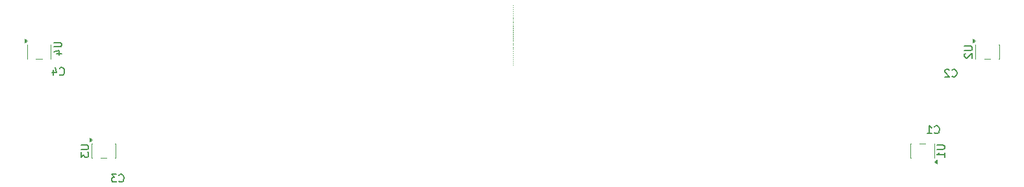
<source format=gbr>
%TF.GenerationSoftware,KiCad,Pcbnew,9.0.6-rc2*%
%TF.CreationDate,2025-12-12T00:50:13-08:00*%
%TF.ProjectId,FPC_Trigger_Board,4650435f-5472-4696-9767-65725f426f61,rev?*%
%TF.SameCoordinates,Original*%
%TF.FileFunction,Legend,Bot*%
%TF.FilePolarity,Positive*%
%FSLAX46Y46*%
G04 Gerber Fmt 4.6, Leading zero omitted, Abs format (unit mm)*
G04 Created by KiCad (PCBNEW 9.0.6-rc2) date 2025-12-12 00:50:13*
%MOMM*%
%LPD*%
G01*
G04 APERTURE LIST*
%ADD10C,0.120000*%
%ADD11C,0.150000*%
G04 APERTURE END LIST*
D10*
X218708250Y-142957551D02*
X218708250Y-142933551D01*
X218708250Y-142453551D02*
X218708250Y-142429551D01*
X218708250Y-141949551D02*
X218708250Y-141925551D01*
X218708250Y-141445551D02*
X218708250Y-141421551D01*
X218708250Y-140941551D02*
X218708250Y-140917551D01*
X218708250Y-140437551D02*
X218708250Y-140413551D01*
X218708250Y-139933551D02*
X218708250Y-139909551D01*
X218708250Y-139429551D02*
X218708250Y-139405551D01*
X218708250Y-138925551D02*
X218708250Y-138901551D01*
X218708250Y-138421551D02*
X218708250Y-138397551D01*
X218708250Y-137917551D02*
X218708250Y-137893551D01*
X218708250Y-137413551D02*
X218708250Y-137389551D01*
X218708250Y-136909551D02*
X218708250Y-136885551D01*
X218708250Y-136405551D02*
X218708250Y-136381551D01*
X218708250Y-135901551D02*
X218708250Y-135877551D01*
X218708250Y-135397551D02*
X218708250Y-135373551D01*
X218708250Y-142716251D02*
X218708250Y-142692251D01*
X218708250Y-142212251D02*
X218708250Y-142188251D01*
X218708250Y-141708251D02*
X218708250Y-141684251D01*
X218708250Y-141204251D02*
X218708250Y-141180251D01*
X218708250Y-140700251D02*
X218708250Y-140676251D01*
X218708250Y-140196251D02*
X218708250Y-140172251D01*
X218708250Y-139692251D02*
X218708250Y-139668251D01*
X218708250Y-139188251D02*
X218708250Y-139164251D01*
X218708250Y-138684251D02*
X218708250Y-138660251D01*
X218708250Y-138180251D02*
X218708250Y-138156251D01*
X218708250Y-137676251D02*
X218708250Y-137652251D01*
X218708250Y-137172251D02*
X218708250Y-137148251D01*
X218708250Y-136668251D02*
X218708250Y-136644251D01*
X218708250Y-136164251D02*
X218708250Y-136140251D01*
X218708250Y-135660251D02*
X218708250Y-135636251D01*
X218708250Y-135156251D02*
X218708250Y-135132251D01*
D11*
X273944720Y-153446543D02*
X274754243Y-153446543D01*
X274754243Y-153446543D02*
X274849481Y-153494162D01*
X274849481Y-153494162D02*
X274897101Y-153541781D01*
X274897101Y-153541781D02*
X274944720Y-153637019D01*
X274944720Y-153637019D02*
X274944720Y-153827495D01*
X274944720Y-153827495D02*
X274897101Y-153922733D01*
X274897101Y-153922733D02*
X274849481Y-153970352D01*
X274849481Y-153970352D02*
X274754243Y-154017971D01*
X274754243Y-154017971D02*
X273944720Y-154017971D01*
X274944720Y-155017971D02*
X274944720Y-154446543D01*
X274944720Y-154732257D02*
X273944720Y-154732257D01*
X273944720Y-154732257D02*
X274087577Y-154637019D01*
X274087577Y-154637019D02*
X274182815Y-154541781D01*
X274182815Y-154541781D02*
X274230434Y-154446543D01*
X159565916Y-144218831D02*
X159613535Y-144266451D01*
X159613535Y-144266451D02*
X159756392Y-144314070D01*
X159756392Y-144314070D02*
X159851630Y-144314070D01*
X159851630Y-144314070D02*
X159994487Y-144266451D01*
X159994487Y-144266451D02*
X160089725Y-144171212D01*
X160089725Y-144171212D02*
X160137344Y-144075974D01*
X160137344Y-144075974D02*
X160184963Y-143885498D01*
X160184963Y-143885498D02*
X160184963Y-143742641D01*
X160184963Y-143742641D02*
X160137344Y-143552165D01*
X160137344Y-143552165D02*
X160089725Y-143456927D01*
X160089725Y-143456927D02*
X159994487Y-143361689D01*
X159994487Y-143361689D02*
X159851630Y-143314070D01*
X159851630Y-143314070D02*
X159756392Y-143314070D01*
X159756392Y-143314070D02*
X159613535Y-143361689D01*
X159613535Y-143361689D02*
X159565916Y-143409308D01*
X158708773Y-143647403D02*
X158708773Y-144314070D01*
X158946868Y-143266451D02*
X159184963Y-143980736D01*
X159184963Y-143980736D02*
X158565916Y-143980736D01*
X162339919Y-153446543D02*
X163149442Y-153446543D01*
X163149442Y-153446543D02*
X163244680Y-153494162D01*
X163244680Y-153494162D02*
X163292300Y-153541781D01*
X163292300Y-153541781D02*
X163339919Y-153637019D01*
X163339919Y-153637019D02*
X163339919Y-153827495D01*
X163339919Y-153827495D02*
X163292300Y-153922733D01*
X163292300Y-153922733D02*
X163244680Y-153970352D01*
X163244680Y-153970352D02*
X163149442Y-154017971D01*
X163149442Y-154017971D02*
X162339919Y-154017971D01*
X162339919Y-154398924D02*
X162339919Y-155017971D01*
X162339919Y-155017971D02*
X162720871Y-154684638D01*
X162720871Y-154684638D02*
X162720871Y-154827495D01*
X162720871Y-154827495D02*
X162768490Y-154922733D01*
X162768490Y-154922733D02*
X162816109Y-154970352D01*
X162816109Y-154970352D02*
X162911347Y-155017971D01*
X162911347Y-155017971D02*
X163149442Y-155017971D01*
X163149442Y-155017971D02*
X163244680Y-154970352D01*
X163244680Y-154970352D02*
X163292300Y-154922733D01*
X163292300Y-154922733D02*
X163339919Y-154827495D01*
X163339919Y-154827495D02*
X163339919Y-154541781D01*
X163339919Y-154541781D02*
X163292300Y-154446543D01*
X163292300Y-154446543D02*
X163244680Y-154398924D01*
X167316666Y-158189580D02*
X167364285Y-158237200D01*
X167364285Y-158237200D02*
X167507142Y-158284819D01*
X167507142Y-158284819D02*
X167602380Y-158284819D01*
X167602380Y-158284819D02*
X167745237Y-158237200D01*
X167745237Y-158237200D02*
X167840475Y-158141961D01*
X167840475Y-158141961D02*
X167888094Y-158046723D01*
X167888094Y-158046723D02*
X167935713Y-157856247D01*
X167935713Y-157856247D02*
X167935713Y-157713390D01*
X167935713Y-157713390D02*
X167888094Y-157522914D01*
X167888094Y-157522914D02*
X167840475Y-157427676D01*
X167840475Y-157427676D02*
X167745237Y-157332438D01*
X167745237Y-157332438D02*
X167602380Y-157284819D01*
X167602380Y-157284819D02*
X167507142Y-157284819D01*
X167507142Y-157284819D02*
X167364285Y-157332438D01*
X167364285Y-157332438D02*
X167316666Y-157380057D01*
X166983332Y-157284819D02*
X166364285Y-157284819D01*
X166364285Y-157284819D02*
X166697618Y-157665771D01*
X166697618Y-157665771D02*
X166554761Y-157665771D01*
X166554761Y-157665771D02*
X166459523Y-157713390D01*
X166459523Y-157713390D02*
X166411904Y-157761009D01*
X166411904Y-157761009D02*
X166364285Y-157856247D01*
X166364285Y-157856247D02*
X166364285Y-158094342D01*
X166364285Y-158094342D02*
X166411904Y-158189580D01*
X166411904Y-158189580D02*
X166459523Y-158237200D01*
X166459523Y-158237200D02*
X166554761Y-158284819D01*
X166554761Y-158284819D02*
X166840475Y-158284819D01*
X166840475Y-158284819D02*
X166935713Y-158237200D01*
X166935713Y-158237200D02*
X166983332Y-158189580D01*
X275934466Y-144453780D02*
X275982085Y-144501400D01*
X275982085Y-144501400D02*
X276124942Y-144549019D01*
X276124942Y-144549019D02*
X276220180Y-144549019D01*
X276220180Y-144549019D02*
X276363037Y-144501400D01*
X276363037Y-144501400D02*
X276458275Y-144406161D01*
X276458275Y-144406161D02*
X276505894Y-144310923D01*
X276505894Y-144310923D02*
X276553513Y-144120447D01*
X276553513Y-144120447D02*
X276553513Y-143977590D01*
X276553513Y-143977590D02*
X276505894Y-143787114D01*
X276505894Y-143787114D02*
X276458275Y-143691876D01*
X276458275Y-143691876D02*
X276363037Y-143596638D01*
X276363037Y-143596638D02*
X276220180Y-143549019D01*
X276220180Y-143549019D02*
X276124942Y-143549019D01*
X276124942Y-143549019D02*
X275982085Y-143596638D01*
X275982085Y-143596638D02*
X275934466Y-143644257D01*
X275553513Y-143644257D02*
X275505894Y-143596638D01*
X275505894Y-143596638D02*
X275410656Y-143549019D01*
X275410656Y-143549019D02*
X275172561Y-143549019D01*
X275172561Y-143549019D02*
X275077323Y-143596638D01*
X275077323Y-143596638D02*
X275029704Y-143644257D01*
X275029704Y-143644257D02*
X274982085Y-143739495D01*
X274982085Y-143739495D02*
X274982085Y-143834733D01*
X274982085Y-143834733D02*
X275029704Y-143977590D01*
X275029704Y-143977590D02*
X275601132Y-144549019D01*
X275601132Y-144549019D02*
X274982085Y-144549019D01*
X273656666Y-151839580D02*
X273704285Y-151887200D01*
X273704285Y-151887200D02*
X273847142Y-151934819D01*
X273847142Y-151934819D02*
X273942380Y-151934819D01*
X273942380Y-151934819D02*
X274085237Y-151887200D01*
X274085237Y-151887200D02*
X274180475Y-151791961D01*
X274180475Y-151791961D02*
X274228094Y-151696723D01*
X274228094Y-151696723D02*
X274275713Y-151506247D01*
X274275713Y-151506247D02*
X274275713Y-151363390D01*
X274275713Y-151363390D02*
X274228094Y-151172914D01*
X274228094Y-151172914D02*
X274180475Y-151077676D01*
X274180475Y-151077676D02*
X274085237Y-150982438D01*
X274085237Y-150982438D02*
X273942380Y-150934819D01*
X273942380Y-150934819D02*
X273847142Y-150934819D01*
X273847142Y-150934819D02*
X273704285Y-150982438D01*
X273704285Y-150982438D02*
X273656666Y-151030057D01*
X272704285Y-151934819D02*
X273275713Y-151934819D01*
X272989999Y-151934819D02*
X272989999Y-150934819D01*
X272989999Y-150934819D02*
X273085237Y-151077676D01*
X273085237Y-151077676D02*
X273180475Y-151172914D01*
X273180475Y-151172914D02*
X273275713Y-151220533D01*
X158834819Y-140038095D02*
X159644342Y-140038095D01*
X159644342Y-140038095D02*
X159739580Y-140085714D01*
X159739580Y-140085714D02*
X159787200Y-140133333D01*
X159787200Y-140133333D02*
X159834819Y-140228571D01*
X159834819Y-140228571D02*
X159834819Y-140419047D01*
X159834819Y-140419047D02*
X159787200Y-140514285D01*
X159787200Y-140514285D02*
X159739580Y-140561904D01*
X159739580Y-140561904D02*
X159644342Y-140609523D01*
X159644342Y-140609523D02*
X158834819Y-140609523D01*
X159168152Y-141514285D02*
X159834819Y-141514285D01*
X158787200Y-141276190D02*
X159501485Y-141038095D01*
X159501485Y-141038095D02*
X159501485Y-141657142D01*
X277558319Y-140480743D02*
X278367842Y-140480743D01*
X278367842Y-140480743D02*
X278463080Y-140528362D01*
X278463080Y-140528362D02*
X278510700Y-140575981D01*
X278510700Y-140575981D02*
X278558319Y-140671219D01*
X278558319Y-140671219D02*
X278558319Y-140861695D01*
X278558319Y-140861695D02*
X278510700Y-140956933D01*
X278510700Y-140956933D02*
X278463080Y-141004552D01*
X278463080Y-141004552D02*
X278367842Y-141052171D01*
X278367842Y-141052171D02*
X277558319Y-141052171D01*
X277653557Y-141480743D02*
X277605938Y-141528362D01*
X277605938Y-141528362D02*
X277558319Y-141623600D01*
X277558319Y-141623600D02*
X277558319Y-141861695D01*
X277558319Y-141861695D02*
X277605938Y-141956933D01*
X277605938Y-141956933D02*
X277653557Y-142004552D01*
X277653557Y-142004552D02*
X277748795Y-142052171D01*
X277748795Y-142052171D02*
X277844033Y-142052171D01*
X277844033Y-142052171D02*
X277986890Y-142004552D01*
X277986890Y-142004552D02*
X278558319Y-141433124D01*
X278558319Y-141433124D02*
X278558319Y-142052171D01*
D10*
%TO.C,U1*%
X270529901Y-153298448D02*
X270529901Y-155118448D01*
X270529901Y-155118448D02*
X270579901Y-155118448D01*
X270579901Y-153298448D02*
X270529901Y-153298448D01*
X272479901Y-153298448D02*
X271699901Y-153298448D01*
X273599901Y-155118448D02*
X273649901Y-155118448D01*
X273649901Y-153298448D02*
X273599901Y-153298448D01*
X273649901Y-155118448D02*
X273649901Y-153298448D01*
X273929901Y-155898448D02*
X273599901Y-155658448D01*
X273929901Y-155418448D01*
X273929901Y-155898448D01*
G36*
X273929901Y-155898448D02*
G01*
X273599901Y-155658448D01*
X273929901Y-155418448D01*
X273929901Y-155898448D01*
G37*
%TO.C,U3*%
X163725100Y-153298448D02*
X163725100Y-155118448D01*
X163725100Y-155118448D02*
X163775100Y-155118448D01*
X163775100Y-153298448D02*
X163725100Y-153298448D01*
X164895100Y-155118448D02*
X165675100Y-155118448D01*
X166795100Y-155118448D02*
X166845100Y-155118448D01*
X166845100Y-153298448D02*
X166795100Y-153298448D01*
X166845100Y-155118448D02*
X166845100Y-153298448D01*
X163775100Y-152758448D02*
X163445100Y-152998448D01*
X163445100Y-152518448D01*
X163775100Y-152758448D01*
G36*
X163775100Y-152758448D02*
G01*
X163445100Y-152998448D01*
X163445100Y-152518448D01*
X163775100Y-152758448D01*
G37*
%TO.C,U4*%
X155311501Y-140332648D02*
X155311501Y-142152648D01*
X155311501Y-142152648D02*
X155361501Y-142152648D01*
X155361501Y-140332648D02*
X155311501Y-140332648D01*
X156481501Y-142152648D02*
X157261501Y-142152648D01*
X158381501Y-142152648D02*
X158431501Y-142152648D01*
X158431501Y-140332648D02*
X158381501Y-140332648D01*
X158431501Y-142152648D02*
X158431501Y-140332648D01*
X155361501Y-139792648D02*
X155031501Y-140032648D01*
X155031501Y-139552648D01*
X155361501Y-139792648D01*
G36*
X155361501Y-139792648D02*
G01*
X155031501Y-140032648D01*
X155031501Y-139552648D01*
X155361501Y-139792648D01*
G37*
%TO.C,U2*%
X278943500Y-140332648D02*
X278943500Y-142152648D01*
X278943500Y-142152648D02*
X278993500Y-142152648D01*
X278993500Y-140332648D02*
X278943500Y-140332648D01*
X280113500Y-142152648D02*
X280893500Y-142152648D01*
X282013500Y-142152648D02*
X282063500Y-142152648D01*
X282063500Y-140332648D02*
X282013500Y-140332648D01*
X282063500Y-142152648D02*
X282063500Y-140332648D01*
X278993500Y-139792648D02*
X278663500Y-140032648D01*
X278663500Y-139552648D01*
X278993500Y-139792648D01*
G36*
X278993500Y-139792648D02*
G01*
X278663500Y-140032648D01*
X278663500Y-139552648D01*
X278993500Y-139792648D01*
G37*
%TD*%
M02*

</source>
